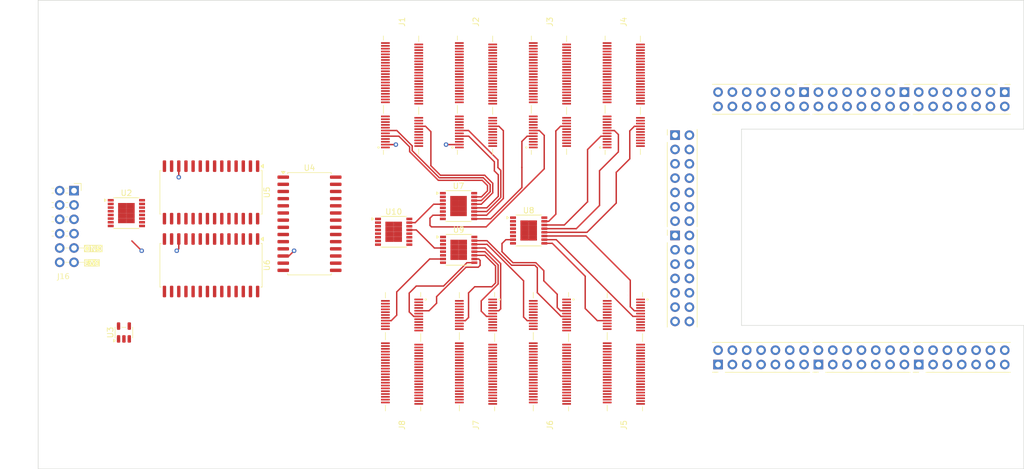
<source format=kicad_pcb>
(kicad_pcb (version 20241229) (generator "pcbnew") (generator_version "9.0")
  (layers (0 "F.Cu" signal) (4 "In1.Cu" signal) (6 "In2.Cu" signal) (8 "In3.Cu" signal) (10 "In4.Cu" signal) (2 "B.Cu" signal) (13 "F.Paste" user) (15 "B.Paste" user) (5 "F.SilkS" user "F.Silkscreen") (7 "B.SilkS" user "B.Silkscreen") (1 "F.Mask" user) (3 "B.Mask" user) (25 "Edge.Cuts" user))
  (net 0 "")
  (net 1 "CS_3V3")
  (net 2 "+3V3")
  (net 3 "SCK_3V3")
  (net 4 "MOSI_3V3")
  (net 5 "MISO_3V3")
  (net 6 "GND")
  (net 7 "RESET")
  (net 8 "MISO")
  (net 9 "MOSI")
  (net 10 "SCLK")
  (net 11 "+5V")
  (net 12 "CS")
  (net 13 "CS0")
  (net 14 "CS1")
  (net 15 "CS2")
  (net 16 "D_EN0")
  (net 17 "DEN")
  (net 18 "CS_32")
  (net 19 "CS_31")
  (net 20 "CS_23")
  (net 21 "CS_22")
  (net 22 "CS_21")
  (net 23 "CS_13")
  (net 24 "CS_12")
  (net 25 "CS_11")
  (net 26 "D_EN1")
  (net 27 "CS_61")
  (net 28 "CS_53")
  (net 29 "CS_52")
  (net 30 "CS_51")
  (net 31 "CS_43")
  (net 32 "CS_42")
  (net 33 "CS_41")
  (net 34 "CS_33")
  (net 35 "D_EN3")
  (net 36 "CS_83")
  (net 37 "CS_82")
  (net 38 "CS_81")
  (net 39 "CS_73")
  (net 40 "CS_72")
  (net 41 "CS_71")
  (net 42 "CS_63")
  (net 43 "CS_62")
  (net 44 "CLRDAC")
  (net 45 "LDAC")
  (net 46 "I_11")
  (net 47 "CS3")
  (net 48 "CS4")
  (net 49 "FAULT_3V3")
  (net 50 "D_EN2")
  (net 51 "/microcyte_connector1/V4")
  (net 52 "+10V")
  (net 53 "Vb_1")
  (net 54 "I_18")
  (net 55 "/microcyte_connector1/I10")
  (net 56 "I_17")
  (net 57 "Ih_1")
  (net 58 "I_16")
  (net 59 "VPDp_1")
  (net 60 "-10V")
  (net 61 "I_13")
  (net 62 "I_15")
  (net 63 "I_12")
  (net 64 "I_14")
  (net 65 "VPDn_1")
  (net 66 "VPDn_2")
  (net 67 "I_28")
  (net 68 "I_22")
  (net 69 "/microcyte_connector2/I10")
  (net 70 "I_26")
  (net 71 "Vb_2")
  (net 72 "I_27")
  (net 73 "/microcyte_connector2/V4")
  (net 74 "I_21")
  (net 75 "Ih_2")
  (net 76 "VPDp_2")
  (net 77 "I_23")
  (net 78 "I_24")
  (net 79 "I_25")
  (net 80 "/microcyte_connector3/I10")
  (net 81 "/microcyte_connector3/V4")
  (net 82 "/microcyte_connector4/V4")
  (net 83 "/microcyte_connector4/I10")
  (net 84 "/microcyte_connector5/V4")
  (net 85 "/microcyte_connector5/I10")
  (net 86 "FAULT_51")
  (net 87 "FAULT_52")
  (net 88 "FAULT_61")
  (net 89 "FAULT_62")
  (net 90 "FAULT_71")
  (net 91 "FAULT_72")
  (net 92 "FAULT_81")
  (net 93 "FAULT_82")
  (net 94 "/microcyte_connector6/V4")
  (net 95 "/microcyte_connector6/I10")
  (net 96 "FAULT_11")
  (net 97 "FAULT_12")
  (net 98 "FAULT_21")
  (net 99 "FAULT_22")
  (net 100 "FAULT_31")
  (net 101 "FAULT_32")
  (net 102 "FAULT_41")
  (net 103 "FAULT_42")
  (net 104 "/microcyte_connector7/I10")
  (net 105 "/microcyte_connector7/V4")
  (net 106 "/microcyte_connector8/I10")
  (net 107 "/microcyte_connector8/V4")
  (net 108 "TEMP1")
  (net 109 "TEMP2")
  (net 110 "TEMP3")
  (net 111 "TEMP4")
  (net 112 "TEMP5")
  (net 113 "TEMP6")
  (net 114 "TEMP7")
  (net 115 "TEMP8")
  (net 116 "RESET_3V3")
  (net 117 "OE_3V3")
  (net 122 "GPIO_3V3")
  (net 123 "VPDn_3")
  (net 124 "I_32")
  (net 125 "I_36")
  (net 126 "I_33")
  (net 127 "I_37")
  (net 128 "VPDp_3")
  (net 129 "I_34")
  (net 130 "Ih_3")
  (net 131 "I_31")
  (net 132 "Vb_3")
  (net 133 "I_35")
  (net 134 "I_38")
  (net 135 "VPDn_4")
  (net 136 "I_48")
  (net 137 "Vb_4")
  (net 138 "I_42")
  (net 139 "I_44")
  (net 140 "Ih_4")
  (net 141 "I_47")
  (net 142 "I_45")
  (net 143 "VPDp_4")
  (net 144 "I_46")
  (net 145 "I_43")
  (net 146 "I_41")
  (net 147 "I_58")
  (net 148 "I_51")
  (net 149 "I_54")
  (net 150 "VPDp_5")
  (net 151 "I_52")
  (net 152 "I_55")
  (net 153 "I_53")
  (net 154 "Vb_5")
  (net 155 "I_57")
  (net 156 "I_56")
  (net 157 "Ih_5")
  (net 158 "VPDn_5")
  (net 159 "I_62")
  (net 160 "I_61")
  (net 161 "I_67")
  (net 162 "I_63")
  (net 163 "I_68")
  (net 164 "Ih_6")
  (net 165 "I_64")
  (net 166 "I_65")
  (net 167 "Vb_6")
  (net 168 "VPDp_6")
  (net 169 "I_66")
  (net 170 "VPDn_6")
  (net 171 "I_77")
  (net 172 "I_75")
  (net 173 "I_74")
  (net 174 "VPDp_7")
  (net 175 "I_71")
  (net 176 "I_73")
  (net 177 "Ih_7")
  (net 178 "VPDn_7")
  (net 179 "Vb_7")
  (net 180 "I_76")
  (net 181 "I_72")
  (net 182 "I_78")
  (net 183 "I_83")
  (net 184 "I_87")
  (net 185 "I_88")
  (net 186 "I_82")
  (net 187 "I_81")
  (net 188 "I_84")
  (net 189 "I_85")
  (net 190 "Ih_8")
  (net 191 "VPDp_8")
  (net 192 "Vb_8")
  (net 193 "VPDn_8")
  (net 194 "I_86")
  (net 195 "FAULT")
  (net 196 "TEMP_FAULT")
  (net 197 "DAC_FAULT")
  (net 200 "Net-(U4-GPB7)")
  (footprint "MDT350M01001VT:ADAMTECH_M2-J-67-V-SMT-5.30-KE-KT" (layer "F.Cu") (at 146.134999 101.26 -90)
    (property "Reference" "J5")
    (property "Value" "M2-J-67-V-SMT-5.30-KE-KT")
  )
  (footprint "Package_SO:TSSOP-16-1EP_4.4x5mm_P0.65mm" (layer "F.Cu") (at 57.987501 76.705)
    (property "Reference" "U2")
    (property "Value" "TXB0106RGYR")
  )
  (footprint "MDT350M01001VT:ADAMTECH_M2-J-67-V-SMT-5.30-KE-KT" (layer "F.Cu") (at 133.035 55.825001 90)
    (property "Reference" "J3")
    (property "Value" "M2-J-67-V-SMT-5.30-KE-KT")
  )
  (footprint "Package_SO:SOIC-28W_7.5x17.9mm_P1.27mm" (layer "F.Cu") (at 90.43 78.5925)
    (property "Reference" "U4")
    (property "Value" "MCP23S17_SO")
  )
  (footprint "MDT350M01001VT:ADAMTECH_M2-J-67-V-SMT-5.30-KE-KT" (layer "F.Cu") (at 106.835001 101.26 -90)
    (property "Reference" "J8")
    (property "Value" "M2-J-67-V-SMT-5.30-KE-KT")
  )
  (footprint "Package_SO:TSSOP-16-1EP_4.4x5mm_P0.65mm" (layer "F.Cu") (at 116.835 75.455)
    (property "Reference" "U7")
    (property "Value" "SN74LVC138ARGYR")
  )
  (footprint "MDT350M01001VT:ADAMTECH_M2-J-67-V-SMT-5.30-KE-KT" (layer "F.Cu") (at 106.835 55.825001 90)
    (property "Reference" "J1")
    (property "Value" "M2-J-67-V-SMT-5.30-KE-KT")
  )
  (footprint "greymatter:8x8_carrier_connector" (layer "F.Cu") (at 188.261404 79.398552 90)
    (property "Reference" "REF**" (hide yes))
    (property "Value" "8x8_carrier_connector")
  )
  (footprint "Package_SO:SOIC-28W_7.5x17.9mm_P1.27mm" (layer "F.Cu") (at 72.985001 73.04 -90)
    (property "Reference" "U5")
    (property "Value" "MCP23S17_SO")
  )
  (footprint "Connector_PinHeader_2.54mm:PinHeader_2x06_PMOD_Peripheral" (layer "F.Cu") (at 48.71 72.73 180)
    (property "Reference" "J16")
    (property "Value" "Conn_01x12")
  )
  (footprint "MDT350M01001VT:ADAMTECH_M2-J-67-V-SMT-5.30-KE-KT" (layer "F.Cu") (at 146.115 55.83 90)
    (property "Reference" "J4")
    (property "Value" "M2-J-67-V-SMT-5.30-KE-KT")
  )
  (footprint "Package_SO:SOIC-28W_7.5x17.9mm_P1.27mm" (layer "F.Cu") (at 72.985 85.95 -90)
    (property "Reference" "U6")
    (property "Value" "MCP23S17_SO")
  )
  (footprint "Package_SO:TSSOP-16-1EP_4.4x5mm_P0.65mm" (layer "F.Cu") (at 105.345 80.017501)
    (property "Reference" "U10")
    (property "Value" "SN74LVC138ARGYR")
  )
  (footprint "MDT350M01001VT:ADAMTECH_M2-J-67-V-SMT-5.30-KE-KT" (layer "F.Cu") (at 133.035 101.26 -90)
    (property "Reference" "J6")
    (property "Value" "M2-J-67-V-SMT-5.30-KE-KT")
  )
  (footprint "Package_SO:TSSOP-16-1EP_4.4x5mm_P0.65mm" (layer "F.Cu") (at 129.265 79.787501)
    (property "Reference" "U8")
    (property "Value" "SN74LVC138ARGYR")
  )
  (footprint "Package_SO:TSSOP-16-1EP_4.4x5mm_P0.65mm" (layer "F.Cu") (at 116.865 83.215)
    (property "Reference" "U9")
    (property "Value" "SN74LVC138ARGYR")
  )
  (footprint "Package_TO_SOT_SMD:SOT-23-5" (layer "F.Cu") (at 57.55 97.8625 90)
    (property "Reference" "U3")
    (property "Value" "74LVC1G32")
  )
  (footprint "MDT350M01001VT:ADAMTECH_M2-J-67-V-SMT-5.30-KE-KT" (layer "F.Cu") (at 119.935 55.825001 90)
    (property "Reference" "J2")
    (property "Value" "M2-J-67-V-SMT-5.30-KE-KT")
  )
  (footprint "MDT350M01001VT:ADAMTECH_M2-J-67-V-SMT-5.30-KE-KT" (layer "F.Cu") (at 119.935 101.26 -90)
    (property "Reference" "J7")
    (property "Value" "M2-J-67-V-SMT-5.30-KE-KT")
  )
  (gr_line (start 217 39) (end 42.36 39) (stroke (width 0.1)) (layer "Edge.Cuts"))
  (gr_line (start 217 96.61) (end 166.98 96.61) (stroke (width 0.1)) (layer "Edge.Cuts"))
  (gr_line (start 166.98 61.83) (end 217 61.83) (stroke (width 0.1)) (layer "Edge.Cuts"))
  (gr_line (start 42.36 122.03) (end 217 122.03) (stroke (width 0.1)) (layer "Edge.Cuts"))
  (gr_line (start 217 122.03) (end 217 96.61) (stroke (width 0.1)) (layer "Edge.Cuts"))
  (gr_line (start 217 61.83) (end 217 39) (stroke (width 0.1)) (layer "Edge.Cuts"))
  (gr_line (start 42.36 39) (end 42.36 122.03) (stroke (width 0.1)) (layer "Edge.Cuts"))
  (gr_line (start 166.98 96.61) (end 166.98 61.83) (stroke (width 0.1)) (layer "Edge.Cuts"))
  (segment (start 86.7725 84.3075) (end 85.78 84.3075) (width 0.25) (layer "F.Cu") (net 10))
  (segment (start 105.73 64.57) (end 103.885001 64.57) (width 0.254) (layer "F.Cu") (net 10))
  (segment (start 67.27 81.3) (end 67.27 83.02) (width 0.25) (layer "F.Cu") (net 10))
  (segment (start 114.63 64.57) (end 116.974999 64.57) (width 0.254) (layer "F.Cu") (net 10))
  (segment (start 87.7 83.38) (end 86.7725 84.3075) (width 0.25) (layer "F.Cu") (net 10))
  (segment (start 58.962501 81.642501) (end 60.7 83.38) (width 0.25) (layer "F.Cu") (net 10))
  (segment (start 67.27 83.02) (end 66.91 83.38) (width 0.25) (layer "F.Cu") (net 10))
  (segment (start 116.974999 64.57) (end 116.98 64.575001) (width 0.254) (layer "F.Cu") (net 10))
  (segment (start 67.27 70.35) (end 67.270001 68.39) (width 0.25) (layer "F.Cu") (net 10))
  (segment (start 103.885001 64.57) (end 103.88 64.575001) (width 0.254) (layer "F.Cu") (net 10))
  (via (at 67.27 70.35) (size 0.8) (drill 0.4) (layers "F.Cu" "B.Cu") (net 10))
  (via (at 66.91 83.38) (size 0.8) (drill 0.4) (layers "F.Cu" "B.Cu") (net 10))
  (via (at 114.63 64.57) (size 0.8) (drill 0.4) (layers "F.Cu" "B.Cu") (net 10))
  (via (at 87.7 83.38) (size 0.8) (drill 0.4) (layers "F.Cu" "B.Cu") (net 10))
  (via (at 60.7 83.38) (size 0.8) (drill 0.4) (layers "F.Cu" "B.Cu") (net 10))
  (via (at 105.73 64.57) (size 0.8) (drill 0.4) (layers "F.Cu" "B.Cu") (net 10))
  (segment (start 112.43 75.13) (end 114.06 75.13) (width 0.25) (layer "F.Cu") (net 16))
  (segment (start 108.12 78.392501) (end 109.167499 78.392501) (width 0.25) (layer "F.Cu") (net 16))
  (segment (start 109.167499 78.392501) (end 112.43 75.13) (width 0.25) (layer "F.Cu") (net 16))
  (segment (start 112.04 79.15) (end 121.73781 79.15) (width 0.25) (layer "F.Cu") (net 18))
  (segment (start 131.157 62.075001) (end 130.08 62.075001) (width 0.25) (layer "F.Cu") (net 18))
  (segment (start 121.73781 79.15) (end 132.02 68.86781) (width 0.25) (layer "F.Cu") (net 18))
  (segment (start 132.02 62.938001) (end 131.157 62.075001) (width 0.25) (layer "F.Cu") (net 18))
  (segment (start 111.78 77.6) (end 111.78 78.89) (width 0.25) (layer "F.Cu") (net 18))
  (segment (start 112.3 77.08) (end 111.78 77.6) (width 0.25) (layer "F.Cu") (net 18))
  (segment (start 114.06 77.08) (end 112.3 77.08) (width 0.25) (layer "F.Cu") (net 18))
  (segment (start 111.78 78.89) (end 112.04 79.15) (width 0.25) (layer "F.Cu") (net 18))
  (segment (start 132.02 68.86781) (end 132.02 62.938001) (width 0.25) (layer "F.Cu") (net 18))
  (segment (start 128.065 68.625) (end 128.08 68.61) (width 0.25) (layer "F.Cu") (net 19))
  (segment (start 128.065 72.185) (end 128.065 68.625) (width 0.25) (layer "F.Cu") (net 19))
  (segment (start 122.52 77.73) (end 128.065 72.185) (width 0.25) (layer "F.Cu") (net 19))
  (segment (start 128.994999 63.075001) (end 130.08 63.075001) (width 0.25) (layer "F.Cu") (net 19))
  (segment (start 119.61 77.73) (end 122.52 77.73) (width 0.25) (layer "F.Cu") (net 19))
  (segment (start 128.065 68.625) (end 128.065 64.005) (width 0.25) (layer "F.Cu") (net 19))
  (segment (start 128.065 64.005) (end 128.994999 63.075001) (width 0.25) (layer "F.Cu") (net 19))
  (segment (start 124.781 62.111) (end 123.995001 61.325001) (width 0.25) (layer "F.Cu") (net 20))
  (segment (start 124.781 74.11462) (end 124.781 62.111) (width 0.25) (layer "F.Cu") (net 20))
  (segment (start 119.61 77.08) (end 121.81562 77.08) (width 0.25) (layer "F.Cu") (net 20))
  (segment (start 121.81562 77.08) (end 124.781 74.11462) (width 0.25) (layer "F.Cu") (net 20))
  (segment (start 123.995001 61.325001) (end 122.89 61.325001) (width 0.25) (layer "F.Cu") (net 20))
  (segment (start 124.33 73.92781) (end 121.82781 76.43) (width 0.25) (layer "F.Cu") (net 21))
  (segment (start 124.33 69.15) (end 124.33 73.92781) (width 0.25) (layer "F.Cu") (net 21))
  (segment (start 121.82781 76.43) (end 119.61 76.43) (width 0.25) (layer "F.Cu") (net 21))
  (segment (start 116.98 62.075001) (end 118.615001 62.075001) (width 0.25) (layer "F.Cu") (net 21))
  (segment (start 118.615001 62.075001) (end 123.82 67.28) (width 0.25) (layer "F.Cu") (net 21))
  (segment (start 123.82 67.28) (end 123.82 68.64) (width 0.25) (layer "F.Cu") (net 21))
  (segment (start 123.82 68.64) (end 124.33 69.15) (width 0.25) (layer "F.Cu") (net 21))
  (segment (start 123.19 67.62) (end 118.645001 63.075001) (width 0.25) (layer "F.Cu") (net 22))
  (segment (start 119.61 75.78) (end 121.84 75.78) (width 0.25) (layer "F.Cu") (net 22))
  (segment (start 123.19 69.23) (end 123.19 67.62) (width 0.25) (layer "F.Cu") (net 22))
  (segment (start 123.88 73.74) (end 123.88 69.92) (width 0.25) (layer "F.Cu") (net 22))
  (segment (start 123.88 69.92) (end 123.19 69.23) (width 0.25) (layer "F.Cu") (net 22))
  (segment (start 121.84 75.78) (end 123.88 73.74) (width 0.25) (layer "F.Cu") (net 22))
  (segment (start 118.645001 63.075001) (end 116.98 63.075001) (width 0.25) (layer "F.Cu") (net 22))
  (segment (start 122.9 71.43) (end 121.47 70) (width 0.25) (layer "F.Cu") (net 23))
  (segment (start 111.94 62.28) (end 110.985001 61.325001) (width 0.25) (layer "F.Cu") (net 23))
  (segment (start 122.9 73.10562) (end 122.9 71.43) (width 0.25) (layer "F.Cu") (net 23))
  (segment (start 121.47 70) (end 121.41562 70) (width 0.25) (layer "F.Cu") (net 23))
  (segment (start 119.61 75.13) (end 120.87562 75.13) (width 0.25) (layer "F.Cu") (net 23))
  (segment (start 113.629536 69.999) (end 111.94 68.309464) (width 0.25) (layer "F.Cu") (net 23))
  (segment (start 121.41562 70) (end 121.41462 69.999) (width 0.25) (layer "F.Cu") (net 23))
  (segment (start 120.87562 75.13) (end 122.9 73.10562) (width 0.25) (layer "F.Cu") (net 23))
  (segment (start 111.94 68.309464) (end 111.94 62.28) (width 0.25) (layer "F.Cu") (net 23))
  (segment (start 110.985001 61.325001) (end 109.79 61.325001) (width 0.25) (layer "F.Cu") (net 23))
  (segment (start 121.41462 69.999) (end 113.629536 69.999) (width 0.25) (layer "F.Cu") (net 23))
  (segment (start 122.44 72.92781) (end 122.44 71.66219) (width 0.25) (layer "F.Cu") (net 24))
  (segment (start 108.621 64.79319) (end 105.902811 62.075001) (width 0.25) (layer "F.Cu") (net 24))
  (segment (start 121.22781 70.45) (end 113.442726 70.45) (width 0.25) (layer "F.Cu") (net 24))
  (segment (start 119.61 74.48) (end 120.88781 74.48) (width 0.25) (layer "F.Cu") (net 24))
  (segment (start 113.442726 70.45) (end 108.621 65.628274) (width 0.25) (layer "F.Cu") (net 24))
  (segment (start 122.44 71.66219) (end 121.22781 70.45) (width 0.25) (layer "F.Cu") (net 24))
  (segment (start 105.902811 62.075001) (end 103.88 62.075001) (width 0.25) (layer "F.Cu") (net 24))
  (segment (start 108.621 65.628274) (end 108.621 64.79319) (width 0.25) (layer "F.Cu") (net 24))
  (segment (start 120.88781 74.48) (end 122.44 72.92781) (width 0.25) (layer "F.Cu") (net 24))
  (segment (start 121.97 71.83) (end 121.04 70.9) (width 0.25) (layer "F.Cu") (net 25))
  (segment (start 121.04 70.9) (end 113.254916 70.9) (width 0.25) (layer "F.Cu") (net 25))
  (segment (start 108.17 65.815084) (end 108.17 64.98) (width 0.25) (layer "F.Cu") (net 25))
  (segment (start 121.97 72.76) (end 121.97 71.83) (width 0.25) (layer "F.Cu") (net 25))
  (segment (start 106.265001 63.075001) (end 103.88 63.075001) (width 0.25) (layer "F.Cu") (net 25))
  (segment (start 120.9 73.83) (end 121.97 72.76) (width 0.25) (layer "F.Cu") (net 25))
  (segment (start 113.254916 70.9) (end 108.17 65.815084) (width 0.25) (layer "F.Cu") (net 25))
  (segment (start 119.61 73.83) (end 120.9 73.83) (width 0.25) (layer "F.Cu") (net 25))
  (segment (start 108.17 64.98) (end 106.265001 63.075001) (width 0.25) (layer "F.Cu") (net 25))
  (segment (start 126.48 85.49) (end 130.53 85.49) (width 0.25) (layer "F.Cu") (net 27))
  (segment (start 126.49 81.412501) (end 125.227499 81.412501) (width 0.25) (layer "F.Cu") (net 27))
  (segment (start 134.9 94.01) (end 135.99 94.01) (width 0.25) (layer "F.Cu") (net 27))
  (segment (start 124.54 83.55) (end 126.48 85.49) (width 0.25) (layer "F.Cu") (net 27))
  (segment (start 131.95 88.71) (end 134.32 91.08) (width 0.25) (layer "F.Cu") (net 27))
  (segment (start 134.32 91.08) (end 134.32 93.43) (width 0.25) (layer "F.Cu") (net 27))
  (segment (start 134.32 93.43) (end 134.9 94.01) (width 0.25) (layer "F.Cu") (net 27))
  (segment (start 130.53 85.49) (end 131.95 86.91) (width 0.25) (layer "F.Cu") (net 27))
  (segment (start 125.227499 81.412501) (end 124.54 82.1) (width 0.25) (layer "F.Cu") (net 27))
  (segment (start 124.54 82.1) (end 124.54 83.55) (width 0.25) (layer "F.Cu") (net 27))
  (segment (start 131.95 86.91) (end 131.95 88.71) (width 0.25) (layer "F.Cu") (net 27))
  (segment (start 141.43 95.76) (end 143.179999 95.76) (width 0.25) (layer "F.Cu") (net 28))
  (segment (start 139.28 93.61) (end 141.43 95.76) (width 0.25) (layer "F.Cu") (net 28))
  (segment (start 139.28 87.89) (end 139.28 93.61) (width 0.25) (layer "F.Cu") (net 28))
  (segment (start 133.452501 82.062501) (end 139.28 87.89) (width 0.25) (layer "F.Cu") (net 28))
  (segment (start 132.04 82.062501) (end 133.452501 82.062501) (width 0.25) (layer "F.Cu") (net 28))
  (segment (start 134.142501 81.412501) (end 147.74 95.01) (width 0.25) (layer "F.Cu") (net 29))
  (segment (start 147.74 95.01) (end 149.089999 95.01) (width 0.25) (layer "F.Cu") (net 29))
  (segment (start 132.04 81.412501) (end 134.142501 81.412501) (width 0.25) (layer "F.Cu") (net 29))
  (segment (start 139.4195 80.762501) (end 147.27 88.613001) (width 0.25) (layer "F.Cu") (net 30))
  (segment (start 132.04 80.762501) (end 139.4195 80.762501) (width 0.25) (layer "F.Cu") (net 30))
  (segment (start 147.98 94.01) (end 149.089999 94.01) (width 0.25) (layer "F.Cu") (net 30))
  (segment (start 147.27 93.3) (end 147.98 94.01) (width 0.25) (layer "F.Cu") (net 30))
  (segment (start 147.27 88.613001) (end 147.27 93.3) (width 0.25) (layer "F.Cu") (net 30))
  (segment (start 132.04 80.112501) (end 139.597499 80.112501) (width 0.25) (layer "F.Cu") (net 31))
  (segment (start 147.18 67.09) (end 147.18 62.143) (width 0.25) (layer "F.Cu") (net 31))
  (segment (start 144.78 69.49) (end 147.18 67.09) (width 0.25) (layer "F.Cu") (net 31))
  (segment (start 147.993 61.33) (end 149.07 61.33) (width 0.25) (layer "F.Cu") (net 31))
  (segment (start 144.78 74.93) (end 144.78 69.49) (width 0.25) (layer "F.Cu") (net 31))
  (segment (start 147.18 62.143) (end 147.993 61.33) (width 0.25) (layer "F.Cu") (net 31))
  (segment (start 139.597499 80.112501) (end 144.78 74.93) (width 0.25) (layer "F.Cu") (net 31))
  (segment (start 132.04 79.462501) (end 137.707499 79.462501) (width 0.25) (layer "F.Cu") (net 32))
  (segment (start 145.164 65.856) (end 145.164 62.794) (width 0.25) (layer "F.Cu") (net 32))
  (segment (start 141.82 69.2) (end 145.164 65.856) (width 0.25) (layer "F.Cu") (net 32))
  (segment (start 141.82 75.35) (end 141.82 69.2) (width 0.25) (layer "F.Cu") (net 32))
  (segment (start 144.45 62.08) (end 143.16 62.08) (width 0.25) (layer "F.Cu") (net 32))
  (segment (start 137.707499 79.462501) (end 141.82 75.35) (width 0.25) (layer "F.Cu") (net 32))
  (segment (start 145.164 62.794) (end 144.45 62.08) (width 0.25) (layer "F.Cu") (net 32))
  (segment (start 139.7 65.44) (end 142.06 63.08) (width 0.25) (layer "F.Cu") (net 33))
  (segment (start 132.04 78.812501) (end 135.587499 78.812501) (width 0.25) (layer "F.Cu") (net 33))
  (segment (start 142.06 63.08) (end 143.16 63.08) (width 0.25) (layer "F.Cu") (net 33))
  (segment (start 139.7 74.7) (end 139.7 65.44) (width 0.25) (layer "F.Cu") (net 33))
  (segment (start 135.587499 78.812501) (end 139.7 74.7) (width 0.25) (layer "F.Cu") (net 33))
  (segment (start 132.04 78.162501) (end 132.815 78.162501) (width 0.25) (layer "F.Cu") (net 34))
  (segment (start 134.08 62.15) (end 134.904999 61.325001) (width 0.25) (layer "F.Cu") (net 34))
  (segment (start 134.08 76.897501) (end 134.08 62.15) (width 0.25) (layer "F.Cu") (net 34))
  (segment (start 132.815 78.162501) (end 134.08 76.897501) (width 0.25) (layer "F.Cu") (net 34))
  (segment (start 134.904999 61.325001) (end 135.99 61.325001) (width 0.25) (layer "F.Cu") (net 34))
  (segment (start 104.92 95.76) (end 103.880001 95.76) (width 0.25) (layer "F.Cu") (net 36))
  (segment (start 111.72 84.84) (end 105.884001 90.675999) (width 0.25) (layer "F.Cu") (net 36))
  (segment (start 105.884001 94.795999) (end 104.92 95.76) (width 0.25) (layer "F.Cu") (net 36))
  (segment (start 114.09 84.84) (end 111.72 84.84) (width 0.25) (layer "F.Cu") (net 36))
  (segment (start 105.884001 90.675999) (end 105.884001 94.795999) (width 0.25) (layer "F.Cu") (net 36))
  (segment (start 108.1 94.214) (end 108.896 95.01) (width 0.25) (layer "F.Cu") (net 37))
  (segment (start 114.19 89.63) (end 109.35 89.63) (width 0.25) (layer "F.Cu") (net 37))
  (segment (start 108.896 95.01) (end 109.790001 95.01) (width 0.25) (layer "F.Cu") (net 37))
  (segment (start 119.64 85.49) (end 118.33 85.49) (width 0.25) (layer "F.Cu") (net 37))
  (segment (start 109.35 89.63) (end 108.1 90.88) (width 0.25) (layer "F.Cu") (net 37))
  (segment (start 108.1 90.88) (end 108.1 94.214) (width 0.25) (layer "F.Cu") (net 37))
  (segment (start 118.33 85.49) (end 114.19 89.63) (width 0.25) (layer "F.Cu") (net 37))
  (segment (start 120.66 85.97) (end 120.34 86.29) (width 0.25) (layer "F.Cu") (net 38))
  (segment (start 120.66 85.085) (end 120.66 85.97) (width 0.25) (layer "F.Cu") (net 38))
  (segment (start 119.64 84.84) (end 120.415 84.84) (width 0.25) (layer "F.Cu") (net 38))
  (segment (start 112.95 92.67) (end 111.61 94.01) (width 0.25) (layer "F.Cu") (net 38))
  (segment (start 118.16781 86.29) (end 112.95 91.50781) (width 0.25) (layer "F.Cu") (net 38))
  (segment (start 120.415 84.84) (end 120.66 85.085) (width 0.25) (layer "F.Cu") (net 38))
  (segment (start 120.34 86.29) (end 118.16781 86.29) (width 0.25) (layer "F.Cu") (net 38))
  (segment (start 111.61 94.01) (end 109.790001 94.01) (width 0.25) (layer "F.Cu") (net 38))
  (segment (start 112.95 91.50781) (end 112.95 92.67) (width 0.25) (layer "F.Cu") (net 38))
  (segment (start 118.61 95.207) (end 118.61 90.85) (width 0.25) (layer "F.Cu") (net 39))
  (segment (start 122.721095 89.761095) (end 123.398 89.08419) (width 0.25) (layer "F.Cu") (net 39))
  (segment (start 118.61 90.85) (end 119.698905 89.761095) (width 0.25) (layer "F.Cu") (net 39))
  (segment (start 119.698905 89.761095) (end 122.721095 89.761095) (width 0.25) (layer "F.Cu") (net 39))
  (segment (start 118.057 95.76) (end 118.61 95.207) (width 0.25) (layer "F.Cu") (net 39))
  (segment (start 121.51219 84.19) (end 119.64 84.19) (width 0.25) (layer "F.Cu") (net 39))
  (segment (start 123.398 86.07581) (end 121.51219 84.19) (width 0.25) (layer "F.Cu") (net 39))
  (segment (start 123.398 89.08419) (end 123.398 86.07581) (width 0.25) (layer "F.Cu") (net 39))
  (segment (start 116.98 95.76) (end 118.057 95.76) (width 0.25) (layer "F.Cu") (net 39))
  (segment (start 120.86 92.26) (end 120.86 94.08) (width 0.25) (layer "F.Cu") (net 40))
  (segment (start 121.79 95.01) (end 122.89 95.01) (width 0.25) (layer "F.Cu") (net 40))
  (segment (start 120.86 94.08) (end 121.79 95.01) (width 0.25) (layer "F.Cu") (net 40))
  (segment (start 123.849 85.889) (end 123.849 89.271) (width 0.25) (layer "F.Cu") (net 40))
  (segment (start 123.849 89.271) (end 120.86 92.26) (width 0.25) (layer "F.Cu") (net 40))
  (segment (start 119.64 83.54) (end 121.5 83.54) (width 0.25) (layer "F.Cu") (net 40))
  (segment (start 121.5 83.54) (end 123.849 85.889) (width 0.25) (layer "F.Cu") (net 40))
  (segment (start 124.3 85.65) (end 124.3 93.677) (width 0.25) (layer "F.Cu") (net 41))
  (segment (start 123.967 94.01) (end 122.89 94.01) (width 0.25) (layer "F.Cu") (net 41))
  (segment (start 121.54 82.89) (end 124.3 85.65) (width 0.25) (layer "F.Cu") (net 41))
  (segment (start 119.64 82.89) (end 121.54 82.89) (width 0.25) (layer "F.Cu") (net 41))
  (segment (start 124.3 93.677) (end 123.967 94.01) (width 0.25) (layer "F.Cu") (net 41))
  (segment (start 128.36 95.117) (end 129.003 95.76) (width 0.25) (layer "F.Cu") (net 42))
  (segment (start 119.64 82.24) (end 121.89219 82.24) (width 0.25) (layer "F.Cu") (net 42))
  (segment (start 121.89219 82.24) (end 128.36 88.70781) (width 0.25) (layer "F.Cu") (net 42))
  (segment (start 129.003 95.76) (end 130.08 95.76) (width 0.25) (layer "F.Cu") (net 42))
  (segment (start 128.36 88.70781) (end 128.36 95.117) (width 0.25) (layer "F.Cu") (net 42))
  (segment (start 119.64 81.59) (end 121.88 81.59) (width 0.25) (layer "F.Cu") (net 43))
  (segment (start 130.8 86.4) (end 130.8 90.81) (width 0.25) (layer "F.Cu") (net 43))
  (segment (start 121.88 81.59) (end 126.231 85.941) (width 0.25) (layer "F.Cu") (net 43))
  (segment (start 126.231 85.941) (end 130.341 85.941) (width 0.25) (layer "F.Cu") (net 43))
  (segment (start 130.341 85.941) (end 130.8 86.4) (width 0.25) (layer "F.Cu") (net 43))
  (segment (start 130.8 90.81) (end 135 95.01) (width 0.25) (layer "F.Cu") (net 43))
  (segment (start 135 95.01) (end 135.99 95.01) (width 0.25) (layer "F.Cu") (net 43))
  (segment (start 108.12 79.692501) (end 109.362501 79.692501) (width 0.25) (layer "F.Cu") (net 50))
  (segment (start 109.362501 79.692501) (end 112.56 82.89) (width 0.25) (layer "F.Cu") (net 50))
  (segment (start 112.56 82.89) (end 114.09 82.89) (width 0.25) (layer "F.Cu") (net 50))
)
</source>
